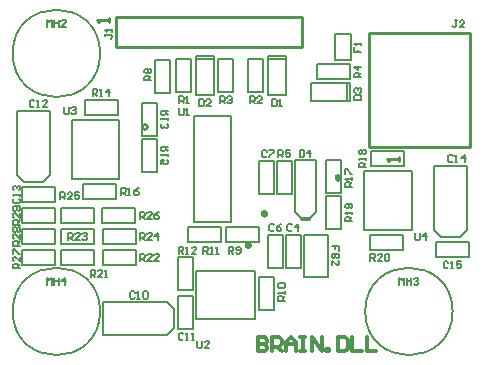
<source format=gto>
G04*
G04 #@! TF.GenerationSoftware,Altium Limited,Altium Designer,21.7.1 (17)*
G04*
G04 Layer_Color=65535*
%FSLAX44Y44*%
%MOMM*%
G71*
G04*
G04 #@! TF.SameCoordinates,2D618FE2-354D-44BD-A4EA-B8E689397128*
G04*
G04*
G04 #@! TF.FilePolarity,Positive*
G04*
G01*
G75*
%ADD10C,0.2540*%
%ADD11C,0.2000*%
%ADD12C,0.3000*%
%ADD13C,0.1400*%
D10*
X278770Y151080D02*
G03*
X278770Y151080I-2000J0D01*
G01*
X216180Y120750D02*
G03*
X216180Y120750I-2000J0D01*
G01*
X115120Y194260D02*
G03*
X115120Y194260I-2000J0D01*
G01*
X202610Y94070D02*
G03*
X202610Y94070I-2000J0D01*
G01*
X88900Y261620D02*
Y287020D01*
X246380D01*
Y261620D02*
Y287020D01*
X88900Y261620D02*
X246380D01*
X302580Y274060D02*
X388580D01*
X302580Y177060D02*
X388580D01*
X302580D02*
Y274060D01*
X388580Y177060D02*
Y274060D01*
X82550Y283210D02*
Y286542D01*
Y284876D01*
X72553D01*
X74219Y283210D01*
X328040Y165600D02*
Y168932D01*
Y167266D01*
X318043D01*
X319709Y165600D01*
D11*
X75100Y256540D02*
G03*
X75100Y256540I-37000J0D01*
G01*
Y38100D02*
G03*
X75100Y38100I-37000J0D01*
G01*
X373550D02*
G03*
X373550Y38100I-37000J0D01*
G01*
X358110Y160810D02*
X386110D01*
X380110Y100810D02*
X386110Y106810D01*
X358110D02*
X364110Y100810D01*
X358110Y106810D02*
X364110Y100810D01*
X358110Y106810D02*
Y160810D01*
X364110Y100810D02*
X380110D01*
X386110Y106810D01*
Y160810D01*
X77950Y17750D02*
Y45750D01*
X131950D02*
X137950Y39750D01*
X131950Y17750D02*
X137950Y23750D01*
X131950Y17750D02*
X137950Y23750D01*
X77950Y17750D02*
X131950D01*
X137950Y23750D02*
Y39750D01*
X131950Y45750D02*
X137950Y39750D01*
X77950Y45750D02*
X131950D01*
X5050Y207800D02*
X33050D01*
X27050Y147800D02*
X33050Y153800D01*
X5050D02*
X11050Y147800D01*
X5050Y153800D02*
X11050Y147800D01*
X5050Y153800D02*
Y207800D01*
X11050Y147800D02*
X27050D01*
X33050Y153800D01*
Y207800D01*
X298770Y157080D02*
X338770D01*
Y106680D02*
Y157080D01*
X298770Y106680D02*
Y157080D01*
Y106680D02*
X338770D01*
X154180Y114200D02*
Y203200D01*
X186180D01*
Y114200D02*
Y203200D01*
X154180Y114200D02*
X186180D01*
X110490Y214630D02*
X123190D01*
Y186690D02*
Y214630D01*
X110490Y186690D02*
X123190D01*
X110490D02*
Y214630D01*
X51120Y149860D02*
X91120D01*
Y200260D01*
X51120Y149860D02*
Y200260D01*
X91120D01*
X110490Y184150D02*
X123190D01*
Y156210D02*
Y184150D01*
X110490Y156210D02*
X123190D01*
X110490D02*
Y184150D01*
X77230Y77470D02*
Y90170D01*
Y77470D02*
X105170D01*
Y90170D01*
X77230D02*
X105170D01*
X41790Y95250D02*
Y107950D01*
Y95250D02*
X69730D01*
Y107950D01*
X41790D02*
X69730D01*
X41790Y77470D02*
Y90170D01*
Y77470D02*
X69730D01*
Y90170D01*
X41790D02*
X69730D01*
X77230Y95250D02*
Y107950D01*
Y95250D02*
X105170D01*
Y107950D01*
X77230D02*
X105170D01*
X36710Y77465D02*
Y90165D01*
X8770D02*
X36710D01*
X8770Y77465D02*
Y90165D01*
Y77465D02*
X36710D01*
Y95245D02*
Y107945D01*
X8770D02*
X36710D01*
X8770Y95245D02*
Y107945D01*
Y95245D02*
X36710D01*
X88900Y133350D02*
Y146050D01*
X60960Y133350D02*
X88900D01*
X60960D02*
Y146050D01*
X88900D01*
X36830Y130805D02*
Y143505D01*
X8890Y130805D02*
X36830D01*
X8890D02*
Y143505D01*
X36830D01*
X36560Y113025D02*
Y125725D01*
X8620D02*
X36560D01*
X8620Y113025D02*
Y125725D01*
Y113025D02*
X36560D01*
X77080Y113030D02*
Y125730D01*
Y113030D02*
X105020D01*
Y125730D01*
X77080D02*
X105020D01*
X41640Y113030D02*
Y125730D01*
Y113030D02*
X69580D01*
Y125730D01*
X41640D02*
X69580D01*
X90170Y204470D02*
Y217170D01*
X62230Y204470D02*
X90170D01*
X62230D02*
Y217170D01*
X90170D01*
X304800Y161290D02*
Y173990D01*
Y161290D02*
X332740D01*
Y173990D01*
X304800D02*
X332740D01*
X359410Y83820D02*
Y96520D01*
Y83820D02*
X387350D01*
Y96520D01*
X359410D02*
X387350D01*
X303530Y90170D02*
Y102870D01*
Y90170D02*
X331470D01*
Y102870D01*
X303530D02*
X331470D01*
X266700Y166370D02*
X279400D01*
X266700Y138430D02*
Y166370D01*
Y138430D02*
X279400D01*
Y166370D01*
X266700Y135890D02*
X279400D01*
X266700Y107950D02*
Y135890D01*
Y107950D02*
X279400D01*
Y135890D01*
X140970Y22860D02*
X153670D01*
Y50800D01*
X140970D02*
X153670D01*
X140970Y22860D02*
Y50800D01*
X224790Y165100D02*
X237490D01*
X224790Y137160D02*
Y165100D01*
Y137160D02*
X237490D01*
Y165100D01*
X284480Y231140D02*
X287020D01*
X284480Y215900D02*
X287020D01*
X284480D02*
Y231140D01*
X254000Y215900D02*
X284480D01*
X254000D02*
Y231140D01*
X284480D01*
X287020Y215900D02*
Y231140D01*
X273670Y250620D02*
Y272620D01*
Y250620D02*
X287670D01*
Y272620D01*
X273670D02*
X287670D01*
X259080Y234950D02*
Y247650D01*
Y234950D02*
X287020D01*
Y247650D01*
X259080D02*
X287020D01*
X156210Y251460D02*
Y254000D01*
X171450Y251460D02*
Y254000D01*
X156210Y251460D02*
X171450D01*
Y220980D02*
Y251460D01*
X156210Y220980D02*
X171450D01*
X156210D02*
Y251460D01*
Y254000D02*
X171450D01*
X175260Y223520D02*
X187960D01*
Y251460D01*
X175260D02*
X187960D01*
X175260Y223520D02*
Y251460D01*
X139700D02*
X152400D01*
X139700Y223520D02*
Y251460D01*
Y223520D02*
X152400D01*
Y251460D01*
X200660Y223520D02*
X213360D01*
Y251460D01*
X200660D02*
X213360D01*
X200660Y223520D02*
Y251460D01*
X217170D02*
Y254000D01*
X232410Y251460D02*
Y254000D01*
X217170Y251460D02*
X232410D01*
Y220980D02*
Y251460D01*
X217170Y220980D02*
X232410D01*
X217170D02*
Y251460D01*
Y254000D02*
X232410D01*
X267970Y67310D02*
Y102870D01*
X247650D02*
X267970D01*
X247650Y67310D02*
Y102870D01*
Y67310D02*
X267970D01*
X232410Y74930D02*
X245110D01*
Y102870D01*
X232410D02*
X245110D01*
X232410Y74930D02*
Y102870D01*
X217170Y74930D02*
X229870D01*
Y102870D01*
X217170D02*
X229870D01*
X217170Y74930D02*
Y102870D01*
X239920Y122240D02*
Y166240D01*
X257920Y122240D02*
Y166240D01*
X239920D02*
X257920D01*
X239920Y122240D02*
X245920Y116240D01*
X251920D02*
X257920Y122240D01*
X209550Y137160D02*
Y165100D01*
X222250D01*
Y137160D02*
Y165100D01*
X209550Y137160D02*
X222250D01*
X206610Y32070D02*
Y72070D01*
X156210Y32070D02*
X206610D01*
X156210Y72070D02*
X206610D01*
X156210Y32070D02*
Y72070D01*
X153670Y55880D02*
Y83820D01*
X140970Y55880D02*
X153670D01*
X140970D02*
Y83820D01*
X153670D01*
X149860Y96520D02*
X177800D01*
X149860D02*
Y109220D01*
X177800D01*
Y96520D02*
Y109220D01*
X222250Y39370D02*
Y67310D01*
X209550Y39370D02*
X222250D01*
X209550D02*
Y67310D01*
X222250D01*
X181610Y96520D02*
X209550D01*
X181610D02*
Y109220D01*
X209550D01*
Y96520D02*
Y109220D01*
X134620Y223400D02*
Y251340D01*
X121920Y223400D02*
X134620D01*
X121920D02*
Y251340D01*
X134620D01*
D12*
X245920Y116240D02*
X251920D01*
X208740Y16266D02*
Y4270D01*
X214738D01*
X216737Y6269D01*
Y8269D01*
X214738Y10268D01*
X208740D01*
X214738D01*
X216737Y12267D01*
Y14267D01*
X214738Y16266D01*
X208740D01*
X220736Y4270D02*
Y16266D01*
X226734D01*
X228734Y14267D01*
Y10268D01*
X226734Y8269D01*
X220736D01*
X224735D02*
X228734Y4270D01*
X232732D02*
Y12267D01*
X236731Y16266D01*
X240730Y12267D01*
Y4270D01*
Y10268D01*
X232732D01*
X244728Y16266D02*
X248727D01*
X246728D01*
Y4270D01*
X244728D01*
X248727D01*
X254725D02*
Y16266D01*
X262722Y4270D01*
Y16266D01*
X266721Y4270D02*
Y6269D01*
X268721D01*
Y4270D01*
X266721D01*
X276718Y16266D02*
Y4270D01*
X282716D01*
X284715Y6269D01*
Y14267D01*
X282716Y16266D01*
X276718D01*
X288714D02*
Y4270D01*
X296712D01*
X300710Y16266D02*
Y4270D01*
X308708D01*
D13*
X373691Y169639D02*
X372691Y170639D01*
X370692D01*
X369692Y169639D01*
Y165641D01*
X370692Y164641D01*
X372691D01*
X373691Y165641D01*
X375690Y164641D02*
X377690D01*
X376690D01*
Y170639D01*
X375690Y169639D01*
X383688Y164641D02*
Y170639D01*
X380689Y167640D01*
X384688D01*
X104501Y53999D02*
X103502Y54999D01*
X101502D01*
X100503Y53999D01*
Y50001D01*
X101502Y49001D01*
X103502D01*
X104501Y50001D01*
X106501Y49001D02*
X108500D01*
X107500D01*
Y54999D01*
X106501Y53999D01*
X111499D02*
X112499Y54999D01*
X114498D01*
X115498Y53999D01*
Y50001D01*
X114498Y49001D01*
X112499D01*
X111499Y50001D01*
Y53999D01*
X19501Y215999D02*
X18501Y216999D01*
X16502D01*
X15503Y215999D01*
Y212001D01*
X16502Y211001D01*
X18501D01*
X19501Y212001D01*
X21500Y211001D02*
X23500D01*
X22500D01*
Y216999D01*
X21500Y215999D01*
X30498Y211001D02*
X26499D01*
X30498Y215000D01*
Y215999D01*
X29498Y216999D01*
X27499D01*
X26499Y215999D01*
X79551Y273050D02*
Y271051D01*
Y272050D01*
X84549D01*
X85549Y271051D01*
Y270051D01*
X84549Y269051D01*
X85549Y275049D02*
Y277049D01*
Y276049D01*
X79551D01*
X80551Y275049D01*
X377460Y284539D02*
X375461D01*
X376461D01*
Y279541D01*
X375461Y278541D01*
X374461D01*
X373462Y279541D01*
X383458Y278541D02*
X379460D01*
X383458Y282540D01*
Y283539D01*
X382459Y284539D01*
X380459D01*
X379460Y283539D01*
X341712Y104599D02*
Y99601D01*
X342711Y98601D01*
X344711D01*
X345710Y99601D01*
Y104599D01*
X350709Y98601D02*
Y104599D01*
X347710Y101600D01*
X351708D01*
X142051Y210009D02*
Y205011D01*
X143051Y204011D01*
X145050D01*
X146050Y205011D01*
Y210009D01*
X148049Y204011D02*
X150049D01*
X149049D01*
Y210009D01*
X148049Y209009D01*
X132539Y208158D02*
X126541D01*
Y205159D01*
X127541Y204159D01*
X129540D01*
X130540Y205159D01*
Y208158D01*
Y206158D02*
X132539Y204159D01*
Y202160D02*
Y200160D01*
Y201160D01*
X126541D01*
X127541Y202160D01*
Y197161D02*
X126541Y196161D01*
Y194162D01*
X127541Y193162D01*
X128540D01*
X129540Y194162D01*
Y195162D01*
Y194162D01*
X130540Y193162D01*
X131539D01*
X132539Y194162D01*
Y196161D01*
X131539Y197161D01*
X44532Y211279D02*
Y206281D01*
X45531Y205281D01*
X47531D01*
X48530Y206281D01*
Y211279D01*
X50530Y210279D02*
X51529Y211279D01*
X53529D01*
X54528Y210279D01*
Y209280D01*
X53529Y208280D01*
X52529D01*
X53529D01*
X54528Y207280D01*
Y206281D01*
X53529Y205281D01*
X51529D01*
X50530Y206281D01*
X132539Y177677D02*
X126541D01*
Y174678D01*
X127541Y173679D01*
X129540D01*
X130540Y174678D01*
Y177677D01*
Y175678D02*
X132539Y173679D01*
Y171679D02*
Y169680D01*
Y170680D01*
X126541D01*
X127541Y171679D01*
X126541Y162682D02*
Y166681D01*
X129540D01*
X128540Y164682D01*
Y163682D01*
X129540Y162682D01*
X131539D01*
X132539Y163682D01*
Y165681D01*
X131539Y166681D01*
X108843Y80821D02*
Y86819D01*
X111842D01*
X112841Y85819D01*
Y83820D01*
X111842Y82820D01*
X108843D01*
X110842D02*
X112841Y80821D01*
X118839D02*
X114841D01*
X118839Y84820D01*
Y85819D01*
X117840Y86819D01*
X115840D01*
X114841Y85819D01*
X124837Y80821D02*
X120839D01*
X124837Y84820D01*
Y85819D01*
X123838Y86819D01*
X121838D01*
X120839Y85819D01*
X47883Y98601D02*
Y104599D01*
X50882D01*
X51881Y103599D01*
Y101600D01*
X50882Y100600D01*
X47883D01*
X49882D02*
X51881Y98601D01*
X57879D02*
X53881D01*
X57879Y102600D01*
Y103599D01*
X56880Y104599D01*
X54880D01*
X53881Y103599D01*
X59879D02*
X60878Y104599D01*
X62878D01*
X63877Y103599D01*
Y102600D01*
X62878Y101600D01*
X61878D01*
X62878D01*
X63877Y100600D01*
Y99601D01*
X62878Y98601D01*
X60878D01*
X59879Y99601D01*
X67002Y67001D02*
Y72999D01*
X70001D01*
X71001Y71999D01*
Y70000D01*
X70001Y69000D01*
X67002D01*
X69002D02*
X71001Y67001D01*
X76999D02*
X73000D01*
X76999Y71000D01*
Y71999D01*
X75999Y72999D01*
X74000D01*
X73000Y71999D01*
X78998Y67001D02*
X80998D01*
X79998D01*
Y72999D01*
X78998Y71999D01*
X108843Y98601D02*
Y104599D01*
X111842D01*
X112841Y103599D01*
Y101600D01*
X111842Y100600D01*
X108843D01*
X110842D02*
X112841Y98601D01*
X118839D02*
X114841D01*
X118839Y102600D01*
Y103599D01*
X117840Y104599D01*
X115840D01*
X114841Y103599D01*
X123838Y98601D02*
Y104599D01*
X120839Y101600D01*
X124837D01*
X7398Y74553D02*
X1400D01*
Y77552D01*
X2400Y78551D01*
X4399D01*
X5399Y77552D01*
Y74553D01*
Y76552D02*
X7398Y78551D01*
Y84549D02*
Y80551D01*
X3399Y84549D01*
X2400D01*
X1400Y83550D01*
Y81550D01*
X2400Y80551D01*
X1400Y86549D02*
Y90547D01*
X2400D01*
X6398Y86549D01*
X7398D01*
X7398Y93603D02*
X1400D01*
Y96602D01*
X2400Y97601D01*
X4399D01*
X5399Y96602D01*
Y93603D01*
Y95602D02*
X7398Y97601D01*
Y103599D02*
Y99601D01*
X3399Y103599D01*
X2400D01*
X1400Y102600D01*
Y100600D01*
X2400Y99601D01*
Y105599D02*
X1400Y106598D01*
Y108598D01*
X2400Y109597D01*
X3399D01*
X4399Y108598D01*
X5399Y109597D01*
X6398D01*
X7398Y108598D01*
Y106598D01*
X6398Y105599D01*
X5399D01*
X4399Y106598D01*
X3399Y105599D01*
X2400D01*
X4399Y106598D02*
Y108598D01*
X92832Y136701D02*
Y142699D01*
X95831D01*
X96831Y141699D01*
Y139700D01*
X95831Y138700D01*
X92832D01*
X94832D02*
X96831Y136701D01*
X98830D02*
X100830D01*
X99830D01*
Y142699D01*
X98830Y141699D01*
X107828Y142699D02*
X105828Y141699D01*
X103829Y139700D01*
Y137701D01*
X104829Y136701D01*
X106828D01*
X107828Y137701D01*
Y138700D01*
X106828Y139700D01*
X103829D01*
X2400Y133661D02*
X1400Y132662D01*
Y130662D01*
X2400Y129663D01*
X6398D01*
X7398Y130662D01*
Y132662D01*
X6398Y133661D01*
X7398Y135660D02*
Y137660D01*
Y136660D01*
X1400D01*
X2400Y135660D01*
Y140659D02*
X1400Y141658D01*
Y143658D01*
X2400Y144658D01*
X3399D01*
X4399Y143658D01*
Y142658D01*
Y143658D01*
X5399Y144658D01*
X6398D01*
X7398Y143658D01*
Y141658D01*
X6398Y140659D01*
X7398Y111383D02*
X1400D01*
Y114382D01*
X2400Y115381D01*
X4399D01*
X5399Y114382D01*
Y111383D01*
Y113382D02*
X7398Y115381D01*
Y121379D02*
Y117381D01*
X3399Y121379D01*
X2400D01*
X1400Y120380D01*
Y118380D01*
X2400Y117381D01*
X6398Y123379D02*
X7398Y124378D01*
Y126378D01*
X6398Y127377D01*
X2400D01*
X1400Y126378D01*
Y124378D01*
X2400Y123379D01*
X3399D01*
X4399Y124378D01*
Y127377D01*
X108843Y116381D02*
Y122379D01*
X111842D01*
X112841Y121379D01*
Y119380D01*
X111842Y118380D01*
X108843D01*
X110842D02*
X112841Y116381D01*
X118839D02*
X114841D01*
X118839Y120380D01*
Y121379D01*
X117840Y122379D01*
X115840D01*
X114841Y121379D01*
X124837Y122379D02*
X122838Y121379D01*
X120839Y119380D01*
Y117381D01*
X121838Y116381D01*
X123838D01*
X124837Y117381D01*
Y118380D01*
X123838Y119380D01*
X120839D01*
X41533Y132891D02*
Y138889D01*
X44532D01*
X45531Y137889D01*
Y135890D01*
X44532Y134890D01*
X41533D01*
X43532D02*
X45531Y132891D01*
X51529D02*
X47531D01*
X51529Y136890D01*
Y137889D01*
X50530Y138889D01*
X48530D01*
X47531Y137889D01*
X57527Y138889D02*
X53529D01*
Y135890D01*
X55528Y136890D01*
X56528D01*
X57527Y135890D01*
Y133891D01*
X56528Y132891D01*
X54528D01*
X53529Y133891D01*
X68703Y220521D02*
Y226519D01*
X71701D01*
X72701Y225519D01*
Y223520D01*
X71701Y222520D01*
X68703D01*
X70702D02*
X72701Y220521D01*
X74700D02*
X76700D01*
X75700D01*
Y226519D01*
X74700Y225519D01*
X82698Y220521D02*
Y226519D01*
X79699Y223520D01*
X83698D01*
X30103Y278941D02*
Y284939D01*
X32102Y282940D01*
X34101Y284939D01*
Y278941D01*
X36101Y284939D02*
Y278941D01*
Y281940D01*
X40099D01*
Y284939D01*
Y278941D01*
X46097D02*
X42099D01*
X46097Y282940D01*
Y283939D01*
X45098Y284939D01*
X43098D01*
X42099Y283939D01*
X300179Y160142D02*
X294181D01*
Y163141D01*
X295181Y164141D01*
X297180D01*
X298180Y163141D01*
Y160142D01*
Y162142D02*
X300179Y164141D01*
Y166140D02*
Y168140D01*
Y167140D01*
X294181D01*
X295181Y166140D01*
Y171139D02*
X294181Y172139D01*
Y174138D01*
X295181Y175138D01*
X296180D01*
X297180Y174138D01*
X298180Y175138D01*
X299179D01*
X300179Y174138D01*
Y172139D01*
X299179Y171139D01*
X298180D01*
X297180Y172139D01*
X296180Y171139D01*
X295181D01*
X297180Y172139D02*
Y174138D01*
X369881Y79469D02*
X368881Y80469D01*
X366882D01*
X365882Y79469D01*
Y75471D01*
X366882Y74471D01*
X368881D01*
X369881Y75471D01*
X371880Y74471D02*
X373880D01*
X372880D01*
Y80469D01*
X371880Y79469D01*
X380878Y80469D02*
X376879D01*
Y77470D01*
X378878Y78470D01*
X379878D01*
X380878Y77470D01*
Y75471D01*
X379878Y74471D01*
X377878D01*
X376879Y75471D01*
X304003Y81001D02*
Y86999D01*
X307002D01*
X308001Y85999D01*
Y84000D01*
X307002Y83000D01*
X304003D01*
X306002D02*
X308001Y81001D01*
X313999D02*
X310001D01*
X313999Y85000D01*
Y85999D01*
X313000Y86999D01*
X311000D01*
X310001Y85999D01*
X315999D02*
X316998Y86999D01*
X318998D01*
X319997Y85999D01*
Y82001D01*
X318998Y81001D01*
X316998D01*
X315999Y82001D01*
Y85999D01*
X288749Y143632D02*
X282751D01*
Y146631D01*
X283751Y147631D01*
X285750D01*
X286750Y146631D01*
Y143632D01*
Y145632D02*
X288749Y147631D01*
Y149630D02*
Y151630D01*
Y150630D01*
X282751D01*
X283751Y149630D01*
X282751Y154629D02*
Y158628D01*
X283751D01*
X287749Y154629D01*
X288749D01*
Y114423D02*
X282751D01*
Y117422D01*
X283751Y118421D01*
X285750D01*
X286750Y117422D01*
Y114423D01*
Y116422D02*
X288749Y118421D01*
Y120421D02*
Y122420D01*
Y121420D01*
X282751D01*
X283751Y120421D01*
X287749Y125419D02*
X288749Y126419D01*
Y128418D01*
X287749Y129418D01*
X283751D01*
X282751Y128418D01*
Y126419D01*
X283751Y125419D01*
X284750D01*
X285750Y126419D01*
Y129418D01*
X145501Y18999D02*
X144501Y19999D01*
X142502D01*
X141502Y18999D01*
Y15001D01*
X142502Y14001D01*
X144501D01*
X145501Y15001D01*
X147500Y14001D02*
X149500D01*
X148500D01*
Y19999D01*
X147500Y18999D01*
X152499Y14001D02*
X154498D01*
X153498D01*
Y19999D01*
X152499Y18999D01*
X226142Y168451D02*
Y174449D01*
X229141D01*
X230140Y173449D01*
Y171450D01*
X229141Y170450D01*
X226142D01*
X228141D02*
X230140Y168451D01*
X236138Y174449D02*
X232140D01*
Y171450D01*
X234139Y172450D01*
X235139D01*
X236138Y171450D01*
Y169451D01*
X235139Y168451D01*
X233139D01*
X232140Y169451D01*
X30103Y60501D02*
Y66499D01*
X32102Y64500D01*
X34101Y66499D01*
Y60501D01*
X36101Y66499D02*
Y60501D01*
Y63500D01*
X40099D01*
Y66499D01*
Y60501D01*
X45098D02*
Y66499D01*
X42099Y63500D01*
X46097D01*
X290371Y217252D02*
X296369D01*
Y220251D01*
X295369Y221250D01*
X291371D01*
X290371Y220251D01*
Y217252D01*
X291371Y223250D02*
X290371Y224249D01*
Y226249D01*
X291371Y227248D01*
X292370D01*
X293370Y226249D01*
Y225249D01*
Y226249D01*
X294370Y227248D01*
X295369D01*
X296369Y226249D01*
Y224249D01*
X295369Y223250D01*
X290371Y261620D02*
Y257621D01*
X293370D01*
Y259621D01*
Y257621D01*
X296369D01*
Y263619D02*
Y265619D01*
Y264619D01*
X290371D01*
X291371Y263619D01*
X296369Y236302D02*
X290371D01*
Y239301D01*
X291371Y240300D01*
X293370D01*
X294370Y239301D01*
Y236302D01*
Y238301D02*
X296369Y240300D01*
Y245299D02*
X290371D01*
X293370Y242300D01*
Y246298D01*
X158832Y217629D02*
Y211631D01*
X161831D01*
X162830Y212631D01*
Y216629D01*
X161831Y217629D01*
X158832D01*
X168828Y211631D02*
X164830D01*
X168828Y215630D01*
Y216629D01*
X167829Y217629D01*
X165829D01*
X164830Y216629D01*
X176612Y214171D02*
Y220169D01*
X179611D01*
X180610Y219169D01*
Y217170D01*
X179611Y216170D01*
X176612D01*
X178611D02*
X180610Y214171D01*
X182610Y219169D02*
X183609Y220169D01*
X185609D01*
X186608Y219169D01*
Y218170D01*
X185609Y217170D01*
X184609D01*
X185609D01*
X186608Y216170D01*
Y215171D01*
X185609Y214171D01*
X183609D01*
X182610Y215171D01*
X142051Y214171D02*
Y220169D01*
X145050D01*
X146050Y219169D01*
Y217170D01*
X145050Y216170D01*
X142051D01*
X144051D02*
X146050Y214171D01*
X148049D02*
X150049D01*
X149049D01*
Y220169D01*
X148049Y219169D01*
X202012Y214171D02*
Y220169D01*
X205011D01*
X206010Y219169D01*
Y217170D01*
X205011Y216170D01*
X202012D01*
X204011D02*
X206010Y214171D01*
X212008D02*
X208010D01*
X212008Y218170D01*
Y219169D01*
X211009Y220169D01*
X209009D01*
X208010Y219169D01*
X220791Y217629D02*
Y211631D01*
X223790D01*
X224790Y212631D01*
Y216629D01*
X223790Y217629D01*
X220791D01*
X226789Y211631D02*
X228789D01*
X227789D01*
Y217629D01*
X226789Y216629D01*
X277319Y89089D02*
Y93087D01*
X274320D01*
Y91088D01*
Y93087D01*
X271321D01*
X277319Y87089D02*
X271321D01*
Y84090D01*
X272321Y83091D01*
X273320D01*
X274320Y84090D01*
Y87089D01*
Y84090D01*
X275320Y83091D01*
X276319D01*
X277319Y84090D01*
Y87089D01*
X271321Y77093D02*
Y81091D01*
X275320Y77093D01*
X276319D01*
X277319Y78092D01*
Y80092D01*
X276319Y81091D01*
X237760Y111219D02*
X236761Y112219D01*
X234761D01*
X233762Y111219D01*
Y107221D01*
X234761Y106221D01*
X236761D01*
X237760Y107221D01*
X242759Y106221D02*
Y112219D01*
X239760Y109220D01*
X243758D01*
X222520Y111219D02*
X221521Y112219D01*
X219521D01*
X218522Y111219D01*
Y107221D01*
X219521Y106221D01*
X221521D01*
X222520Y107221D01*
X228518Y112219D02*
X226519Y111219D01*
X224520Y109220D01*
Y107221D01*
X225519Y106221D01*
X227519D01*
X228518Y107221D01*
Y108220D01*
X227519Y109220D01*
X224520D01*
X157562Y13159D02*
Y8161D01*
X158561Y7161D01*
X160561D01*
X161560Y8161D01*
Y13159D01*
X167558Y7161D02*
X163560D01*
X167558Y11160D01*
Y12159D01*
X166559Y13159D01*
X164559D01*
X163560Y12159D01*
X141503Y87001D02*
Y92999D01*
X144501D01*
X145501Y91999D01*
Y90000D01*
X144501Y89000D01*
X141503D01*
X143502D02*
X145501Y87001D01*
X147500D02*
X149500D01*
X148500D01*
Y92999D01*
X147500Y91999D01*
X156498Y87001D02*
X152499D01*
X156498Y91000D01*
Y91999D01*
X155498Y92999D01*
X153498D01*
X152499Y91999D01*
X162502Y87001D02*
Y92999D01*
X165501D01*
X166501Y91999D01*
Y90000D01*
X165501Y89000D01*
X162502D01*
X164501D02*
X166501Y87001D01*
X168500D02*
X170499D01*
X169500D01*
Y92999D01*
X168500Y91999D01*
X173498Y87001D02*
X175498D01*
X174498D01*
Y92999D01*
X173498Y91999D01*
X231599Y47112D02*
X225601D01*
Y50111D01*
X226601Y51111D01*
X228600D01*
X229600Y50111D01*
Y47112D01*
Y49112D02*
X231599Y51111D01*
Y53110D02*
Y55110D01*
Y54110D01*
X225601D01*
X226601Y53110D01*
Y58109D02*
X225601Y59109D01*
Y61108D01*
X226601Y62108D01*
X230599D01*
X231599Y61108D01*
Y59109D01*
X230599Y58109D01*
X226601D01*
X184002Y87001D02*
Y92999D01*
X187001D01*
X188000Y91999D01*
Y90000D01*
X187001Y89000D01*
X184002D01*
X186001D02*
X188000Y87001D01*
X190000Y88001D02*
X190999Y87001D01*
X192999D01*
X193998Y88001D01*
Y91999D01*
X192999Y92999D01*
X190999D01*
X190000Y91999D01*
Y91000D01*
X190999Y90000D01*
X193998D01*
X118569Y233762D02*
X112571D01*
Y236761D01*
X113571Y237760D01*
X115570D01*
X116570Y236761D01*
Y233762D01*
Y235761D02*
X118569Y237760D01*
X113571Y239760D02*
X112571Y240759D01*
Y242759D01*
X113571Y243758D01*
X114570D01*
X115570Y242759D01*
X116570Y243758D01*
X117569D01*
X118569Y242759D01*
Y240759D01*
X117569Y239760D01*
X116570D01*
X115570Y240759D01*
X114570Y239760D01*
X113571D01*
X115570Y240759D02*
Y242759D01*
X328553Y60501D02*
Y66499D01*
X330552Y64500D01*
X332551Y66499D01*
Y60501D01*
X334551Y66499D02*
Y60501D01*
Y63500D01*
X338549D01*
Y66499D01*
Y60501D01*
X340549Y65499D02*
X341548Y66499D01*
X343548D01*
X344547Y65499D01*
Y64500D01*
X343548Y63500D01*
X342548D01*
X343548D01*
X344547Y62500D01*
Y61501D01*
X343548Y60501D01*
X341548D01*
X340549Y61501D01*
X244002Y174999D02*
Y169001D01*
X247001D01*
X248000Y170001D01*
Y173999D01*
X247001Y174999D01*
X244002D01*
X252999Y169001D02*
Y174999D01*
X250000Y172000D01*
X253998D01*
X216170Y173449D02*
X215171Y174449D01*
X213171D01*
X212172Y173449D01*
Y169451D01*
X213171Y168451D01*
X215171D01*
X216170Y169451D01*
X218170Y174449D02*
X222168D01*
Y173449D01*
X218170Y169451D01*
Y168451D01*
M02*

</source>
